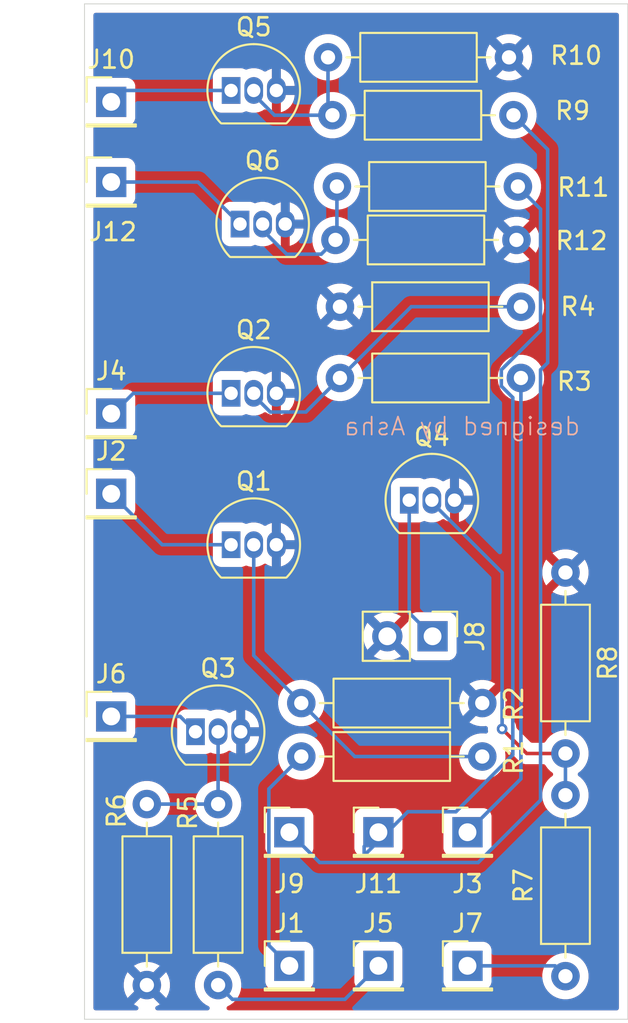
<source format=kicad_pcb>
(kicad_pcb
	(version 20241229)
	(generator "pcbnew")
	(generator_version "9.0")
	(general
		(thickness 1.6)
		(legacy_teardrops no)
	)
	(paper "A4")
	(layers
		(0 "F.Cu" signal)
		(2 "B.Cu" signal)
		(9 "F.Adhes" user "F.Adhesive")
		(11 "B.Adhes" user "B.Adhesive")
		(13 "F.Paste" user)
		(15 "B.Paste" user)
		(5 "F.SilkS" user "F.Silkscreen")
		(7 "B.SilkS" user "B.Silkscreen")
		(1 "F.Mask" user)
		(3 "B.Mask" user)
		(17 "Dwgs.User" user "User.Drawings")
		(19 "Cmts.User" user "User.Comments")
		(21 "Eco1.User" user "User.Eco1")
		(23 "Eco2.User" user "User.Eco2")
		(25 "Edge.Cuts" user)
		(27 "Margin" user)
		(31 "F.CrtYd" user "F.Courtyard")
		(29 "B.CrtYd" user "B.Courtyard")
		(35 "F.Fab" user)
		(33 "B.Fab" user)
		(39 "User.1" user)
		(41 "User.2" user)
		(43 "User.3" user)
		(45 "User.4" user)
	)
	(setup
		(pad_to_mask_clearance 0)
		(allow_soldermask_bridges_in_footprints no)
		(tenting front back)
		(pcbplotparams
			(layerselection 0x00000000_00000000_55555555_5755f5ff)
			(plot_on_all_layers_selection 0x00000000_00000000_00000000_00000000)
			(disableapertmacros no)
			(usegerberextensions no)
			(usegerberattributes yes)
			(usegerberadvancedattributes yes)
			(creategerberjobfile yes)
			(dashed_line_dash_ratio 12.000000)
			(dashed_line_gap_ratio 3.000000)
			(svgprecision 4)
			(plotframeref no)
			(mode 1)
			(useauxorigin no)
			(hpglpennumber 1)
			(hpglpenspeed 20)
			(hpglpendiameter 15.000000)
			(pdf_front_fp_property_popups yes)
			(pdf_back_fp_property_popups yes)
			(pdf_metadata yes)
			(pdf_single_document no)
			(dxfpolygonmode yes)
			(dxfimperialunits yes)
			(dxfusepcbnewfont yes)
			(psnegative no)
			(psa4output no)
			(plot_black_and_white yes)
			(sketchpadsonfab no)
			(plotpadnumbers no)
			(hidednponfab no)
			(sketchdnponfab yes)
			(crossoutdnponfab yes)
			(subtractmaskfromsilk no)
			(outputformat 1)
			(mirror no)
			(drillshape 1)
			(scaleselection 1)
			(outputdirectory "")
		)
	)
	(net 0 "")
	(net 1 "Net-(Q1-B)")
	(net 2 "GND")
	(net 3 "/out4")
	(net 4 "/out3")
	(net 5 "Net-(Q2-B)")
	(net 6 "Net-(Q3-B)")
	(net 7 "/out5")
	(net 8 "Net-(Q4-B)")
	(net 9 "/out6")
	(net 10 "Net-(Q5-B)")
	(net 11 "/out1")
	(net 12 "Net-(Q6-B)")
	(net 13 "/out2")
	(net 14 "/in4")
	(net 15 "/in3")
	(net 16 "/in5")
	(net 17 "/in6")
	(net 18 "/in1")
	(net 19 "/in2")
	(footprint "Connector_PinHeader_2.54mm:PinHeader_1x01_P2.54mm_Vertical" (layer "F.Cu") (at 125 119))
	(footprint "Connector_PinHeader_2.54mm:PinHeader_1x02_P2.54mm_Vertical" (layer "F.Cu") (at 128.04 100.5 -90))
	(footprint "Package_TO_SOT_THT:TO-92_Inline" (layer "F.Cu") (at 126.73 92.86))
	(footprint "Resistor_THT:R_Axial_DIN0207_L6.3mm_D2.5mm_P10.16mm_Horizontal" (layer "F.Cu") (at 112 120.08 90))
	(footprint "Package_TO_SOT_THT:TO-92_Inline" (layer "F.Cu") (at 116.73 69.86))
	(footprint "Resistor_THT:R_Axial_DIN0207_L6.3mm_D2.5mm_P10.16mm_Horizontal" (layer "F.Cu") (at 133 86 180))
	(footprint "Connector_PinHeader_2.54mm:PinHeader_1x01_P2.54mm_Vertical" (layer "F.Cu") (at 110 105))
	(footprint "Resistor_THT:R_Axial_DIN0207_L6.3mm_D2.5mm_P10.16mm_Horizontal" (layer "F.Cu") (at 132.33 68 180))
	(footprint "Connector_PinHeader_2.54mm:PinHeader_1x01_P2.54mm_Vertical" (layer "F.Cu") (at 130 119))
	(footprint "Resistor_THT:R_Axial_DIN0207_L6.3mm_D2.5mm_P10.16mm_Horizontal" (layer "F.Cu") (at 135.5 96.92 -90))
	(footprint "Package_TO_SOT_THT:TO-92_Inline" (layer "F.Cu") (at 116.73 95.36))
	(footprint "Resistor_THT:R_Axial_DIN0207_L6.3mm_D2.5mm_P10.16mm_Horizontal" (layer "F.Cu") (at 116 120.08 90))
	(footprint "Resistor_THT:R_Axial_DIN0207_L6.3mm_D2.5mm_P10.16mm_Horizontal" (layer "F.Cu") (at 135.5 119.58 90))
	(footprint "Connector_PinHeader_2.54mm:PinHeader_1x01_P2.54mm_Vertical" (layer "F.Cu") (at 130 111.5))
	(footprint "Resistor_THT:R_Axial_DIN0207_L6.3mm_D2.5mm_P10.16mm_Horizontal" (layer "F.Cu") (at 122.84 82))
	(footprint "Connector_PinHeader_2.54mm:PinHeader_1x01_P2.54mm_Vertical" (layer "F.Cu") (at 110 88))
	(footprint "Package_TO_SOT_THT:TO-92_Inline" (layer "F.Cu") (at 116.73 86.86))
	(footprint "Resistor_THT:R_Axial_DIN0207_L6.3mm_D2.5mm_P10.16mm_Horizontal" (layer "F.Cu") (at 132.75 78.25 180))
	(footprint "Resistor_THT:R_Axial_DIN0207_L6.3mm_D2.5mm_P10.16mm_Horizontal" (layer "F.Cu") (at 132.83 75.25 180))
	(footprint "Connector_PinHeader_2.54mm:PinHeader_1x01_P2.54mm_Vertical" (layer "F.Cu") (at 125 111.5))
	(footprint "Connector_PinHeader_2.54mm:PinHeader_1x01_P2.54mm_Vertical" (layer "F.Cu") (at 110 75))
	(footprint "Connector_PinHeader_2.54mm:PinHeader_1x01_P2.54mm_Vertical" (layer "F.Cu") (at 110 92.5))
	(footprint "Connector_PinHeader_2.54mm:PinHeader_1x01_P2.54mm_Vertical" (layer "F.Cu") (at 120 119))
	(footprint "Package_TO_SOT_THT:TO-92_Inline" (layer "F.Cu") (at 117.23 77.36))
	(footprint "Connector_PinHeader_2.54mm:PinHeader_1x01_P2.54mm_Vertical" (layer "F.Cu") (at 110 70.5))
	(footprint "Package_TO_SOT_THT:TO-92_Inline" (layer "F.Cu") (at 114.73 105.86))
	(footprint "Resistor_THT:R_Axial_DIN0207_L6.3mm_D2.5mm_P10.16mm_Horizontal" (layer "F.Cu") (at 132.58 71.25 180))
	(footprint "Resistor_THT:R_Axial_DIN0207_L6.3mm_D2.5mm_P10.16mm_Horizontal" (layer "F.Cu") (at 120.67 107.25))
	(footprint "Connector_PinHeader_2.54mm:PinHeader_1x01_P2.54mm_Vertical" (layer "F.Cu") (at 120 111.5))
	(footprint "Resistor_THT:R_Axial_DIN0207_L6.3mm_D2.5mm_P10.16mm_Horizontal" (layer "F.Cu") (at 130.83 104.25 180))
	(gr_line
		(start 108.5 65)
		(end 108.5 122)
		(stroke
			(width 0.05)
			(type default)
		)
		(layer "Edge.Cuts")
		(uuid "2d8b5605-87b4-4935-955a-0c70a1f68d9f")
	)
	(gr_line
		(start 108.5 122)
		(end 139 122)
		(stroke
			(width 0.05)
			(type default)
		)
		(layer "Edge.Cuts")
		(uuid "31ed56c0-388a-4fe2-90d3-dadce63f1d8e")
	)
	(gr_line
		(start 139 122)
		(end 139 65)
		(stroke
			(width 0.05)
			(type default)
		)
		(layer "Edge.Cuts")
		(uuid "c6555747-31f4-47d7-895d-b3f1e159632a")
	)
	(gr_line
		(start 139 65)
		(end 108.5 65)
		(stroke
			(width 0.05)
			(type default)
		)
		(layer "Edge.Cuts")
		(uuid "dc038cee-8d7f-475a-a322-99ee0e45aaf9")
	)
	(gr_text "designed by Asha"
		(at 136.4 89.3 0)
		(layer "B.SilkS")
		(uuid "fb54e1b3-f565-448d-8932-c955cbc9c19c")
		(effects
			(font
				(size 1 1)
				(thickness 0.1)
			)
			(justify left bottom mirror)
		)
	)
	(segment
		(start 118 95.36)
		(end 118 101.58)
		(width 0.2)
		(layer "B.Cu")
		(net 1)
		(uuid "220ea362-b681-4944-971b-7449205ebe64")
	)
	(segment
		(start 130.83 107.25)
		(end 123.67 107.25)
		(width 0.2)
		(layer "B.Cu")
		(net 1)
		(uuid "50cee6d4-78cb-4f83-b706-cdf8da31f8b8")
	)
	(segment
		(start 123.67 107.25)
		(end 120.67 104.25)
		(width 0.2)
		(layer "B.Cu")
		(net 1)
		(uuid "70ef8760-7355-46a2-99da-43cde3ec24ff")
	)
	(segment
		(start 118 101.58)
		(end 120.67 104.25)
		(width 0.2)
		(layer "B.Cu")
		(net 1)
		(uuid "bef13164-80d9-479e-a13b-0433a1be6d4f")
	)
	(segment
		(start 112.86 95.36)
		(end 110 92.5)
		(width 0.2)
		(layer "B.Cu")
		(net 3)
		(uuid "7c78ca35-4053-4674-8934-ce069cefd550")
	)
	(segment
		(start 116.73 95.36)
		(end 112.86 95.36)
		(width 0.2)
		(layer "B.Cu")
		(net 3)
		(uuid "950dabe6-e5a7-45b0-a781-135ad84cd5c9")
	)
	(segment
		(start 110.1 88)
		(end 111.24 86.86)
		(width 0.2)
		(layer "B.Cu")
		(net 4)
		(uuid "830c4236-701f-4e99-b21a-b0d6fdd0b233")
	)
	(segment
		(start 110 88)
		(end 110.1 88)
		(width 0.2)
		(layer "B.Cu")
		(net 4)
		(uuid "89b689e3-2cb4-44da-8156-de3019fc6549")
	)
	(segment
		(start 111.24 86.86)
		(end 116.73 86.86)
		(width 0.2)
		(layer "B.Cu")
		(net 4)
		(uuid "fe434883-7133-42d5-afbc-adb5bbebf6ce")
	)
	(segment
		(start 118 86.86)
		(end 118 86.98314)
		(width 0.2)
		(layer "B.Cu")
		(net 5)
		(uuid "49dbce19-de1b-4f29-adcc-2de4fcd846db")
	)
	(segment
		(start 118 86.98314)
		(end 118.92786 87.911)
		(width 0.2)
		(layer "B.Cu")
		(net 5)
		(uuid "6c9be5d8-6b6f-4640-96e8-06b1b2df4621")
	)
	(segment
		(start 118.92786 87.911)
		(end 120.929 87.911)
		(width 0.2)
		(layer "B.Cu")
		(net 5)
		(uuid "7697e6ab-8d16-4445-8525-4c80c50a1871")
	)
	(segment
		(start 126.84 82)
		(end 122.84 86)
		(width 0.2)
		(layer "B.Cu")
		(net 5)
		(uuid "8c0a3560-a39e-464c-bf75-f05fbae7e536")
	)
	(segment
		(start 120.929 87.911)
		(end 122.84 86)
		(width 0.2)
		(layer "B.Cu")
		(net 5)
		(uuid "a8ef9558-60f6-4714-9548-42f14d9b7b33")
	)
	(segment
		(start 133 82)
		(end 126.84 82)
		(width 0.2)
		(layer "B.Cu")
		(net 5)
		(uuid "d6e3fd90-bbf6-46b6-98f7-bb447f081733")
	)
	(segment
		(start 112 109.92)
		(end 116 109.92)
		(width 0.2)
		(layer "B.Cu")
		(net 6)
		(uuid "20d008c0-bd4e-4433-a9a6-060459560df0")
	)
	(segment
		(start 116 109.92)
		(end 116 105.86)
		(width 0.2)
		(layer "B.Cu")
		(net 6)
		(uuid "5e95fef5-d44b-4dd8-b594-2b776b0d2211")
	)
	(segment
		(start 113.87 105)
		(end 114.73 105.86)
		(width 0.2)
		(layer "B.Cu")
		(net 7)
		(uuid "ac63d1b7-8dd9-4cf3-aab1-e04e44731baf")
	)
	(segment
		(start 110 105)
		(end 113.87 105)
		(width 0.2)
		(layer "B.Cu")
		(net 7)
		(uuid "db02b80a-5ef8-45bf-aa74-fef75bcb029f")
	)
	(segment
		(start 133.32395 107.08)
		(end 131.94395 105.7)
		(width 0.2)
		(layer "F.Cu")
		(net 8)
		(uuid "b353ac44-c37d-41e3-9ac0-a0fe09477810")
	)
	(segment
		(start 135.5 107.08)
		(end 133.32395 107.08)
		(width 0.2)
		(layer "F.Cu")
		(net 8)
		(uuid "f86ce915-982b-4d37-95fc-7dd42de20f33")
	)
	(via
		(at 131.94395 105.7)
		(size 0.6)
		(drill 0.3)
		(layers "F.Cu" "B.Cu")
		(net 8)
		(uuid "cb775bca-2508-4a7c-b35a-da84a5f5480e")
	)
	(segment
		(start 131.94395 96.92709)
		(end 128 92.98314)
		(width 0.2)
		(layer "B.Cu")
		(net 8)
		(uuid "75771a8e-0588-49e0-91b9-07e4b1b3cd37")
	)
	(segment
		(start 131.94395 105.7)
		(end 131.94395 96.92709)
		(width 0.2)
		(layer "B.Cu")
		(net 8)
		(uuid "8eefdc53-8de4-434b-b726-0d993fbe355e")
	)
	(segment
		(start 135.5 107.08)
		(end 135.5 109.42)
		(width 0.2)
		(layer "B.Cu")
		(net 8)
		(uuid "9a120f71-985e-42d7-a291-a4ca90eb3bd9")
	)
	(segment
		(start 128 92.98314)
		(end 128 92.86)
		(width 0.2)
		(layer "B.Cu")
		(net 8)
		(uuid "f9499bb4-04d9-4045-a18f-f87987388725")
	)
	(segment
		(start 126.73 99.19)
		(end 128.04 100.5)
		(width 0.2)
		(layer "B.Cu")
		(net 9)
		(uuid "37612de3-63dc-4d72-9f95-2fd0d0b3f4a9")
	)
	(segment
		(start 126.73 92.86)
		(end 126.73 99.19)
		(width 0.2)
		(layer "B.Cu")
		(net 9)
		(uuid "d155f796-c8dd-4880-9723-889651cf4baa")
	)
	(segment
		(start 122.17 68)
		(end 122.17 71)
		(width 0.2)
		(layer "B.Cu")
		(net 10)
		(uuid "70ae5260-7698-4a85-aed2-63f550e7693a")
	)
	(segment
		(start 118 70.085)
		(end 118 69.86)
		(width 0.2)
		(layer "B.Cu")
		(net 10)
		(uuid "7493efb3-73b9-4b98-be8d-d28e5dfd2413")
	)
	(segment
		(start 122.42 71.25)
		(end 119.165 71.25)
		(width 0.2)
		(layer "B.Cu")
		(net 10)
		(uuid "a1052a8d-cac1-4326-8058-49f3a68da680")
	)
	(segment
		(start 122.17 71)
		(end 122.42 71.25)
		(width 0.2)
		(layer "B.Cu")
		(net 10)
		(uuid "d83c37de-16a6-4375-ba72-8bbf8014b960")
	)
	(segment
		(start 119.165 71.25)
		(end 118 70.085)
		(width 0.2)
		(layer "B.Cu")
		(net 10)
		(uuid "fd1b3770-c2b7-41ac-b585-3df1a701d2b7")
	)
	(segment
		(start 116.73 69.86)
		(end 110.64 69.86)
		(width 0.2)
		(layer "B.Cu")
		(net 11)
		(uuid "3e6b07ae-4abb-4033-97ab-ac17f56080e8")
	)
	(segment
		(start 110.64 69.86)
		(end 110 70.5)
		(width 0.2)
		(layer "B.Cu")
		(net 11)
		(uuid "b8633021-fe9d-403e-b4ee-5005c1b8b6a8")
	)
	(segment
		(start 119.849999 79.049999)
		(end 118.5 77.7)
		(width 0.2)
		(layer "B.Cu")
		(net 12)
		(uuid "20294a17-eef6-4225-b439-051442b06e37")
	)
	(segment
		(start 118.5 77.7)
		(end 118.5 77.36)
		(width 0.2)
		(layer "B.Cu")
		(net 12)
		(uuid "2527c494-7c3e-4da0-9a4d-daf0beb11520")
	)
	(segment
		(start 122.59 78.25)
		(end 121.790001 79.049999)
		(width 0.2)
		(layer "B.Cu")
		(net 12)
		(uuid "4958eb44-3a27-4a22-b878-58c19ffb12bb")
	)
	(segment
		(start 121.790001 79.049999)
		(end 119.849999 79.049999)
		(width 0.2)
		(layer "B.Cu")
		(net 12)
		(uuid "7695e1ed-ac42-4db5-96ac-ba34e45cd180")
	)
	(segment
		(start 122.67 75.25)
		(end 122.67 78.17)
		(width 0.2)
		(layer "B.Cu")
		(net 12)
		(uuid "b14f6dc0-df32-456d-bbb5-6231e8569131")
	)
	(segment
		(start 122.67 78.17)
		(end 122.59 78.25)
		(width 0.2)
		(layer "B.Cu")
		(net 12)
		(uuid "b500324c-1d92-40a0-aaa4-e50880a4e883")
	)
	(segment
		(start 114.87 75)
		(end 117.23 77.36)
		(width 0.2)
		(layer "B.Cu")
		(net 13)
		(uuid "23f4c749-0479-41c6-9aed-1ea896022677")
	)
	(segment
		(start 110 75)
		(end 114.87 75)
		(width 0.2)
		(layer "B.Cu")
		(net 13)
		(uuid "e825e047-d639-434c-93d5-d764f8f8c501")
	)
	(segment
		(start 120.67 107.25)
		(end 118.849 109.071)
		(width 0.2)
		(layer "B.Cu")
		(net 14)
		(uuid "a47a1e47-9a9e-49d9-849f-a53401a2d304")
	)
	(segment
		(start 118.849 117.849)
		(end 120 119)
		(width 0.2)
		(layer "B.Cu")
		(net 14)
		(uuid "bd053aa4-c3c3-4ab1-abf6-8628782cdf33")
	)
	(segment
		(start 118.849 109.071)
		(end 118.849 117.849)
		(width 0.2)
		(layer "B.Cu")
		(net 14)
		(uuid "d1087dfb-9571-48d6-a172-aebfbcce20fb")
	)
	(segment
		(start 133 108.5)
		(end 130 111.5)
		(width 0.2)
		(layer "B.Cu")
		(net 15)
		(uuid "5056971c-b641-4ea7-af48-0db08b37a56a")
	)
	(segment
		(start 133 86)
		(end 133 108.5)
		(width 0.2)
		(layer "B.Cu")
		(net 15)
		(uuid "ff716a5f-bd68-43ed-becb-439289aa827a")
	)
	(segment
		(start 116.799999 120.879999)
		(end 123.120001 120.879999)
		(width 0.2)
		(layer "B.Cu")
		(net 16)
		(uuid "05d99383-1fa3-4c7a-9914-3ff935112935")
	)
	(segment
		(start 116 120.08)
		(end 116.799999 120.879999)
		(width 0.2)
		(layer "B.Cu")
		(net 16)
		(uuid "1d020cef-24c1-4863-ace9-b520414e1d31")
	)
	(segment
		(start 123.120001 120.879999)
		(end 125 119)
		(width 0.2)
		(layer "B.Cu")
		(net 16)
		(uuid "f8958d92-2cda-48c8-90e4-1266f0478cc3")
	)
	(segment
		(start 130 119)
		(end 134.92 119)
		(width 0.2)
		(layer "B.Cu")
		(net 17)
		(uuid "3885d7b8-df2a-433e-80bd-36f8bafcd91f")
	)
	(segment
		(start 134.92 119)
		(end 135.5 119.58)
		(width 0.2)
		(layer "B.Cu")
		(net 17)
		(uuid "7394d19d-1459-45b0-87c9-8971a5444387")
	)
	(segment
		(start 130.601 113.201)
		(end 121.701 113.201)
		(width 0.2)
		(layer "B.Cu")
		(net 18)
		(uuid "132810c1-7fa8-4a5d-a346-c42f88e225bd")
	)
	(segment
		(start 121.701 113.201)
		(end 120 111.5)
		(width 0.2)
		(layer "B.Cu")
		(net 18)
		(uuid "297abf7f-141a-43b9-a1c3-9b13d7eeaf22")
	)
	(segment
		(start 134.502 73.172)
		(end 134.502 85.14295)
		(width 0.2)
		(layer "B.Cu")
		(net 18)
		(uuid "4432578b-20af-4a57-8a14-2cb84554a77a")
	)
	(segment
		(start 132.58 71.25)
		(end 134.502 73.172)
		(width 0.2)
		(layer "B.Cu")
		(net 18)
		(uuid "b589bfec-cfa4-43df-83ef-4a751887bd24")
	)
	(segment
		(start 134.502 85.14295)
		(end 134.101 85.54395)
		(width 0.2)
		(layer "B.Cu")
		(net 18)
		(uuid "d13a7cf2-f65d-402e-b035-5eab09f13f47")
	)
	(segment
		(start 134.101 85.54395)
		(end 134.101 109.701)
		(width 0.2)
		(layer "B.Cu")
		(net 18)
		(uuid "d82cce9e-e2b5-4c84-a1df-c9bd13266833")
	)
	(segment
		(start 134.101 109.701)
		(end 130.601 113.201)
		(width 0.2)
		(layer "B.Cu")
		(net 18)
		(uuid "f6d3259f-2ff9-4a88-ad47-154c3d907e52")
	)
	(segment
		(start 124.2 112.3)
		(end 125 111.5)
		(width 0.2)
		(layer "B.Cu")
		(net 19)
		(uuid "0b246790-a2be-42ce-9154-fd90fffd089f")
	)
	(segment
		(start 126.651 110.349)
		(end 124.2 112.8)
		(width 0.2)
		(layer "B.Cu")
		(net 19)
		(uuid "18211cca-6bb6-4aa9-8137-536a0654d4f6")
	)
	(segment
		(start 131.899 85.54395)
		(end 131.899 86.45605)
		(width 0.2)
		(layer "B.Cu")
		(net 19)
		(uuid "677c50a4-53a0-49c8-b86f-2e4827c0a9b7")
	)
	(segment
		(start 132.83 75.25)
		(end 134.101 76.521)
		(width 0.2)
		(layer "B.Cu")
		(net 19)
		(uuid "6afdd655-6909-4bb9-baf7-eb307774351b")
	)
	(segment
		(start 134.101 76.521)
		(end 134.101 83.34195)
		(width 0.2)
		(layer "B.Cu")
		(net 19)
		(uuid "72e08020-f004-43f6-ba1c-48e1c2932c74")
	)
	(segment
		(start 132.54395 87.101)
		(end 132.54395 107.15605)
		(width 0.2)
		(layer "B.Cu")
		(net 19)
		(uuid "74889549-0837-4a2b-ae48-e312151c9310")
	)
	(segment
		(start 129.351 110.349)
		(end 126.651 110.349)
		(width 0.2)
		(layer "B.Cu")
		(net 19)
		(uuid "8aca5023-7c43-4078-a4b9-7737653eafba")
	)
	(segment
		(start 124.2 112.8)
		(end 124.2 112.3)
		(width 0.2)
		(layer "B.Cu")
		(net 19)
		(uuid "92c51b66-26c2-4586-a4e0-9f5040794ebe")
	)
	(segment
		(start 134.101 83.34195)
		(end 131.899 85.54395)
		(width 0.2)
		(layer "B.Cu")
		(net 19)
		(uuid "bf8875ac-b672-44bf-b001-6f9567e9169d")
	)
	(segment
		(start 132.54395 107.15605)
		(end 129.351 110.349)
		(width 0.2)
		(layer "B.Cu")
		(net 19)
		(uuid "faae1236-f8f5-41a4-ad68-498cdb8a0694")
	)
	(segment
		(start 131.899 86.45605)
		(end 132.54395 87.101)
		(width 0.2)
		(layer "B.Cu")
		(net 19)
		(uuid "fab33f79-26be-4711-83b3-18c3d13c7db9")
	)
	(zone
		(net 2)
		(net_name "GND")
		(layers "F.Cu" "B.Cu")
		(uuid "26cee065-f737-4e24-9343-1adc1d6dc6e5")
		(hatch edge 0.5)
		(connect_pads
			(clearance 0.5)
		)
		(min_thickness 0.25)
		(filled_areas_thickness no)
		(fill yes
			(thermal_gap 0.5)
			(thermal_bridge_width 0.5)
		)
		(polygon
			(pts
				(xy 139 122) (xy 108.5 122) (xy 108.5 65) (xy 139 65)
			)
		)
		(filled_polygon
			(layer "F.Cu")
			(pts
				(xy 138.442539 65.520185) (xy 138.488294 65.572989) (xy 138.4995 65.6245) (xy 138.4995 121.3755)
				(xy 138.479815 121.442539) (xy 138.427011 121.488294) (xy 138.3755 121.4995) (xy 116.595169 121.4995)
				(xy 116.52813 121.479815) (xy 116.482375 121.427011) (xy 116.472431 121.357853) (xy 116.501456 121.294297)
				(xy 116.538874 121.265015) (xy 116.560514 121.253988) (xy 116.68161 121.192287) (xy 116.77459 121.124732)
				(xy 116.847213 121.071971) (xy 116.847215 121.071968) (xy 116.847219 121.071966) (xy 116.991966 120.927219)
				(xy 116.991968 120.927215) (xy 116.991971 120.927213) (xy 117.049175 120.848477) (xy 117.112287 120.76161)
				(xy 117.20522 120.579219) (xy 117.268477 120.384534) (xy 117.3005 120.182352) (xy 117.3005 119.977648)
				(xy 117.285752 119.884534) (xy 117.268477 119.775465) (xy 117.237458 119.68) (xy 117.20522 119.580781)
				(xy 117.205218 119.580778) (xy 117.205218 119.580776) (xy 117.152671 119.477648) (xy 117.112287 119.39839)
				(xy 117.080092 119.354077) (xy 116.991971 119.232786) (xy 116.847213 119.088028) (xy 116.681613 118.967715)
				(xy 116.681612 118.967714) (xy 116.68161 118.967713) (xy 116.624653 118.938691) (xy 116.499223 118.874781)
				(xy 116.304534 118.811522) (xy 116.129995 118.783878) (xy 116.102352 118.7795) (xy 115.897648 118.7795)
				(xy 115.873329 118.783351) (xy 115.695465 118.811522) (xy 115.500776 118.874781) (xy 115.318386 118.967715)
				(xy 115.152786 119.088028) (xy 115.008028 119.232786) (xy 114.887715 119.398386) (xy 114.794781 119.580776)
				(xy 114.731522 119.775465) (xy 114.6995 119.977648) (xy 114.6995 120.182351) (xy 114.731522 120.384534)
				(xy 114.794781 120.579223) (xy 114.852391 120.692287) (xy 114.887585 120.761359) (xy 114.887715 120.761613)
				(xy 115.008028 120.927213) (xy 115.152786 121.071971) (xy 115.273226 121.159474) (xy 115.31839 121.192287)
				(xy 115.430482 121.249401) (xy 115.461126 121.265015) (xy 115.511922 121.31299) (xy 115.528717 121.380811)
				(xy 115.506179 121.446946) (xy 115.451464 121.490397) (xy 115.404831 121.4995) (xy 112.594068 121.4995)
				(xy 112.527029 121.479815) (xy 112.481274 121.427011) (xy 112.47133 121.357853) (xy 112.500355 121.294297)
				(xy 112.537773 121.265015) (xy 112.681349 121.191859) (xy 112.725921 121.159474) (xy 112.046447 120.48)
				(xy 112.052661 120.48) (xy 112.154394 120.452741) (xy 112.245606 120.40008) (xy 112.32008 120.325606)
				(xy 112.372741 120.234394) (xy 112.4 120.132661) (xy 112.4 120.126447) (xy 113.079474 120.805921)
				(xy 113.111859 120.761349) (xy 113.204755 120.579031) (xy 113.26799 120.384417) (xy 113.3 120.182317)
				(xy 113.3 119.977682) (xy 113.26799 119.775582) (xy 113.204755 119.580968) (xy 113.111859 119.39865)
				(xy 113.079474 119.354077) (xy 113.079474 119.354076) (xy 112.4 120.033551) (xy 112.4 120.027339)
				(xy 112.372741 119.925606) (xy 112.32008 119.834394) (xy 112.245606 119.75992) (xy 112.154394 119.707259)
				(xy 112.052661 119.68) (xy 112.046446 119.68) (xy 112.725922 119.000524) (xy 112.725921 119.000523)
				(xy 112.681359 118.968147) (xy 112.68135 118.968141) (xy 112.499031 118.875244) (xy 112.304417 118.812009)
				(xy 112.102317 118.78) (xy 111.897683 118.78) (xy 111.695582 118.812009) (xy 111.500968 118.875244)
				(xy 111.318644 118.968143) (xy 111.274077 119.000523) (xy 111.274077 119.000524) (xy 111.953554 119.68)
				(xy 111.947339 119.68) (xy 111.845606 119.707259) (xy 111.754394 119.75992) (xy 111.67992 119.834394)
				(xy 111.627259 119.925606) (xy 111.6 120.027339) (xy 111.6 120.033553) (xy 110.920524 119.354077)
				(xy 110.920523 119.354077) (xy 110.888143 119.398644) (xy 110.795244 119.580968) (xy 110.732009 119.775582)
				(xy 110.7 119.977682) (xy 110.7 120.182317) (xy 110.732009 120.384417) (xy 110.795244 120.579031)
				(xy 110.888141 120.76135) (xy 110.888147 120.761359) (xy 110.920523 120.805921) (xy 110.920524 120.805922)
				(xy 111.6 120.126446) (xy 111.6 120.132661) (xy 111.627259 120.234394) (xy 111.67992 120.325606)
				(xy 111.754394 120.40008) (xy 111.845606 120.452741) (xy 111.947339 120.48) (xy 111.953553 120.48)
				(xy 111.274076 121.159474) (xy 111.31865 121.191859) (xy 111.462227 121.265015) (xy 111.513023 121.312989)
				(xy 111.529818 121.38081) (xy 111.507281 121.446945) (xy 111.452566 121.490397) (xy 111.405932 121.4995)
				(xy 109.1245 121.4995) (xy 109.057461 121.479815) (xy 109.011706 121.427011) (xy 109.0005 121.3755)
				(xy 109.0005 118.102135) (xy 118.6495 118.102135) (xy 118.6495 119.89787) (xy 118.649501 119.897876)
				(xy 118.655908 119.957483) (xy 118.706202 120.092328) (xy 118.706206 120.092335) (xy 118.792452 120.207544)
				(xy 118.792455 120.207547) (xy 118.907664 120.293793) (xy 118.907671 120.293797) (xy 119.042517 120.344091)
				(xy 119.042516 120.344091) (xy 119.049444 120.344835) (xy 119.102127 120.3505) (xy 120.897872 120.350499)
				(xy 120.957483 120.344091) (xy 121.092331 120.293796) (xy 121.207546 120.207546) (xy 121.293796 120.092331)
				(xy 121.344091 119.957483) (xy 121.3505 119.897873) (xy 121.350499 118.102135) (xy 123.6495 118.102135)
				(xy 123.6495 119.89787) (xy 123.649501 119.897876) (xy 123.655908 119.957483) (xy 123.706202 120.092328)
				(xy 123.706206 120.092335) (xy 123.792452 120.207544) (xy 123.792455 120.207547) (xy 123.907664 120.293793)
				(xy 123.907671 120.293797) (xy 124.042517 120.344091) (xy 124.042516 120.344091) (xy 124.049444 120.344835)
				(xy 124.102127 120.3505) (xy 125.897872 120.350499) (xy 125.957483 120.344091) (xy 126.092331 120.293796)
				(xy 126.207546 120.207546) (xy 126.293796 120.092331) (xy 126.344091 119.957483) (xy 126.3505 119.897873)
				(xy 126.350499 118.102135) (xy 128.6495 118.102135) (xy 128.6495 119.89787) (xy 128.649501 119.897876)
				(xy 128.655908 119.957483) (xy 128.706202 120.092328) (xy 128.706206 120.092335) (xy 128.792452 120.207544)
				(xy 128.792455 120.207547) (xy 128.907664 120.293793) (xy 128.907671 120.293797) (xy 129.042517 120.344091)
				(xy 129.042516 120.344091) (xy 129.049444 120.344835) (xy 129.102127 120.3505) (xy 130.897872 120.350499)
				(xy 130.957483 120.344091) (xy 131.092331 120.293796) (xy 131.207546 120.207546) (xy 131.293796 120.092331)
				(xy 131.344091 119.957483) (xy 131.3505 119.897873) (xy 131.3505 119.477648) (xy 134.1995 119.477648)
				(xy 134.1995 119.682351) (xy 134.231522 119.884534) (xy 134.294781 120.079223) (xy 134.32201 120.132661)
				(xy 134.360166 120.207547) (xy 134.387715 120.261613) (xy 134.508028 120.427213) (xy 134.652786 120.571971)
				(xy 134.807749 120.684556) (xy 134.81839 120.692287) (xy 134.934607 120.751503) (xy 135.000776 120.785218)
				(xy 135.000778 120.785218) (xy 135.000781 120.78522) (xy 135.105137 120.819127) (xy 135.195465 120.848477)
				(xy 135.296557 120.864488) (xy 135.397648 120.8805) (xy 135.397649 120.8805) (xy 135.602351 120.8805)
				(xy 135.602352 120.8805) (xy 135.804534 120.848477) (xy 135.999219 120.78522) (xy 136.18161 120.692287)
				(xy 136.337231 120.579223) (xy 136.347213 120.571971) (xy 136.347215 120.571968) (xy 136.347219 120.571966)
				(xy 136.491966 120.427219) (xy 136.491968 120.427215) (xy 136.491971 120.427213) (xy 136.547707 120.350498)
				(xy 136.612287 120.26161) (xy 136.70522 120.079219) (xy 136.768477 119.884534) (xy 136.8005 119.682352)
				(xy 136.8005 119.477648) (xy 136.768477 119.275466) (xy 136.754609 119.232786) (xy 136.739127 119.185137)
				(xy 136.70522 119.080781) (xy 136.705218 119.080778) (xy 136.705218 119.080776) (xy 136.64761 118.967715)
				(xy 136.612287 118.89839) (xy 136.595134 118.874781) (xy 136.491971 118.732786) (xy 136.347213 118.588028)
				(xy 136.181613 118.467715) (xy 136.181612 118.467714) (xy 136.18161 118.467713) (xy 136.124653 118.438691)
				(xy 135.999223 118.374781) (xy 135.804534 118.311522) (xy 135.629995 118.283878) (xy 135.602352 118.2795)
				(xy 135.397648 118.2795) (xy 135.373329 118.283351) (xy 135.195465 118.311522) (xy 135.000776 118.374781)
				(xy 134.818386 118.467715) (xy 134.652786 118.588028) (xy 134.508028 118.732786) (xy 134.387715 118.898386)
				(xy 134.294781 119.080776) (xy 134.231522 119.275465) (xy 134.1995 119.477648) (xy 131.3505 119.477648)
				(xy 131.350499 118.968147) (xy 131.350499 118.102129) (xy 131.350498 118.102123) (xy 131.350497 118.102116)
				(xy 131.344091 118.042517) (xy 131.293796 117.907669) (xy 131.293795 117.907668) (xy 131.293793 117.907664)
				(xy 131.207547 117.792455) (xy 131.207544 117.792452) (xy 131.092335 117.706206) (xy 131.092328 117.706202)
				(xy 130.957482 117.655908) (xy 130.957483 117.655908) (xy 130.897883 117.649501) (xy 130.897881 117.6495)
				(xy 130.897873 117.6495) (xy 130.897864 117.6495) (xy 129.102129 117.6495) (xy 129.102123 117.649501)
				(xy 129.042516 117.655908) (xy 128.907671 117.706202) (xy 128.907664 117.706206) (xy 128.792455 117.792452)
				(xy 128.792452 117.792455) (xy 128.706206 117.907664) (xy 128.706202 117.907671) (xy 128.655908 118.042517)
				(xy 128.649501 118.102116) (xy 128.649501 118.102123) (xy 128.6495 118.102135) (xy 126.350499 118.102135)
				(xy 126.350499 118.102128) (xy 126.344091 118.042517) (xy 126.293796 117.907669) (xy 126.293795 117.907668)
				(xy 126.293793 117.907664) (xy 126.207547 117.792455) (xy 126.207544 117.792452) (xy 126.092335 117.706206)
				(xy 126.092328 117.706202) (xy 125.957482 117.655908) (xy 125.957483 117.655908) (xy 125.897883 117.649501)
				(xy 125.897881 117.6495) (xy 125.897873 117.6495) (xy 125.897864 117.6495) (xy 124.102129 117.6495)
				(xy 124.102123 117.649501) (xy 124.042516 117.655908) (xy 123.907671 117.706202) (xy 123.907664 117.706206)
				(xy 123.792455 117.792452) (xy 123.792452 117.792455) (xy 123.706206 117.907664) (xy 123.706202 117.907671)
				(xy 123.655908 118.042517) (xy 123.649501 118.102116) (xy 123.649501 118.102123) (xy 123.6495 118.102135)
				(xy 121.350499 118.102135) (xy 121.350499 118.102128) (xy 121.344091 118.042517) (xy 121.293796 117.907669)
				(xy 121.293795 117.907668) (xy 121.293793 117.907664) (xy 121.207547 117.792455) (xy 121.207544 117.792452)
				(xy 121.092335 117.706206) (xy 121.092328 117.706202) (xy 120.957482 117.655908) (xy 120.957483 117.655908)
				(xy 120.897883 117.649501) (xy 120.897881 117.6495) (xy 120.897873 117.6495) (xy 120.897864 117.6495)
				(xy 119.102129 117.6495) (xy 119.102123 117.649501) (xy 119.042516 117.655908) (xy 118.907671 117.706202)
				(xy 118.907664 117.706206) (xy 118.792455 117.792452) (xy 118.792452 117.792455) (xy 118.706206 117.907664)
				(xy 118.706202 117.907671) (xy 118.655908 118.042517) (xy 118.649501 118.102116) (xy 118.649501 118.102123)
				(xy 118.6495 118.102135) (xy 109.0005 118.102135) (xy 109.0005 109.817648) (xy 110.6995 109.817648)
				(xy 110.6995 110.022351) (xy 110.731522 110.224534) (xy 110.794781 110.419223) (xy 110.887715 110.601613)
				(xy 111.008028 110.767213) (xy 111.152786 110.911971) (xy 111.307749 111.024556) (xy 111.31839 111.032287)
				(xy 111.434607 111.091503) (xy 111.500776 111.125218) (xy 111.500778 111.125218) (xy 111.500781 111.12522)
				(xy 111.605137 111.159127) (xy 111.695465 111.188477) (xy 111.796557 111.204488) (xy 111.897648 111.2205)
				(xy 111.897649 111.2205) (xy 112.102351 111.2205) (xy 112.102352 111.2205) (xy 112.304534 111.188477)
				(xy 112.499219 111.12522) (xy 112.68161 111.032287) (xy 112.77459 110.964732) (xy 112.847213 110.911971)
				(xy 112.847215 110.911968) (xy 112.847219 110.911966) (xy 112.991966 110.767219) (xy 112.991968 110.767215)
				(xy 112.991971 110.767213) (xy 113.095133 110.62522) (xy 113.112287 110.60161) (xy 113.20522 110.419219)
				(xy 113.268477 110.224534) (xy 113.3005 110.022352) (xy 113.3005 109.817648) (xy 114.6995 109.817648)
				(xy 114.6995 110.022351) (xy 114.731522 110.224534) (xy 114.794781 110.419223) (xy 114.887715 110.601613)
				(xy 115.008028 110.767213) (xy 115.152786 110.911971) (xy 115.307749 111.024556) (xy 115.31839 111.032287)
				(xy 115.434607 111.091503) (xy 115.500776 111.125218) (xy 115.500778 111.125218) (xy 115.500781 111.12522)
				(xy 115.605137 111.159127) (xy 115.695465 111.188477) (xy 115.796557 111.204488) (xy 115.897648 111.2205)
				(xy 115.897649 111.2205) (xy 116.102351 111.2205) (xy 116.102352 111.2205) (xy 116.304534 111.188477)
				(xy 116.499219 111.12522) (xy 116.68161 111.032287) (xy 116.77459 110.964732) (xy 116.847213 110.911971)
				(xy 116.847215 110.911968) (xy 116.847219 110.911966) (xy 116.991966 110.767219) (xy 116.991968 110.767215)
				(xy 116.991971 110.767213) (xy 117.095135 110.625218) (xy 117.111906 110.602135) (xy 118.6495 110.602135)
				(xy 118.6495 112.39787) (xy 118.649501 112.397876) (xy 118.655908 112.457483) (xy 118.706202 112.592328)
				(xy 118.706206 112.592335) (xy 118.792452 112.707544) (xy 118.792455 112.707547) (xy 118.907664 112.793793)
				(xy 118.907671 112.793797) (xy 119.042517 112.844091) (xy 119.042516 112.844091) (xy 119.049444 112.844835)
				(xy 119.102127 112.8505) (xy 120.897872 112.850499) (xy 120.957483 112.844091) (xy 121.092331 112.793796)
				(xy 121.207546 112.707546) (xy 121.293796 112.592331) (xy 121.344091 112.457483) (xy 121.3505 112.397873)
				(xy 121.350499 110.602135) (xy 123.6495 110.602135) (xy 123.6495 112.39787) (xy 123.649501 112.397876)
				(xy 123.655908 112.457483) (xy 123.706202 112.592328) (xy 123.706206 112.592335) (xy 123.792452 112.707544)
				(xy 123.792455 112.707547) (xy 123.907664 112.793793) (xy 123.907671 112.793797) (xy 124.042517 112.844091)
				(xy 124.042516 112.844091) (xy 124.049444 112.844835) (xy 124.102127 112.8505) (xy 125.897872 112.850499)
				(xy 125.957483 112.844091) (xy 126.092331 112.793796) (xy 126.207546 112.707546) (xy 126.293796 112.592331)
				(xy 126.344091 112.457483) (xy 126.3505 112.397873) (xy 126.350499 110.602135) (xy 128.6495 110.602135)
				(xy 128.6495 112.39787) (xy 128.649501 112.397876) (xy 128.655908 112.457483) (xy 128.706202 112.592328)
				(xy 128.706206 112.592335) (xy 128.792452 112.707544) (xy 128.792455 112.707547) (xy 128.907664 112.793793)
				(xy 128.907671 112.793797) (xy 129.042517 112.844091) (xy 129.042516 112.844091) (xy 129.049444 112.844835)
				(xy 129.102127 112.8505) (xy 130.897872 112.850499) (xy 130.957483 112.844091) (xy 131.092331 112.793796)
				(xy 131.207546 112.707546) (xy 131.293796 112.592331) (xy 131.344091 112.457483) (xy 131.3505 112.397873)
				(xy 131.350499 110.602128) (xy 131.344091 110.542517) (xy 131.344089 110.542512) (xy 131.293797 110.407671)
				(xy 131.293793 110.407664) (xy 131.207547 110.292455) (xy 131.207544 110.292452) (xy 131.092335 110.206206)
				(xy 131.092328 110.206202) (xy 130.957482 110.155908) (xy 130.957483 110.155908) (xy 130.897883 110.149501)
				(xy 130.897881 110.1495) (xy 130.897873 110.1495) (xy 130.897864 110.1495) (xy 129.102129 110.1495)
				(xy 129.102123 110.149501) (xy 129.042516 110.155908) (xy 128.907671 110.206202) (xy 128.907664 110.206206)
				(xy 128.792455 110.292452) (xy 128.792452 110.292455) (xy 128.706206 110.407664) (xy 128.706202 110.407671)
				(xy 128.655908 110.542517) (xy 128.649555 110.601611) (xy 128.649501 110.602123) (xy 128.6495 110.602135)
				(xy 126.350499 110.602135) (xy 126.350499 110.602128) (xy 126.344091 110.542517) (xy 126.344089 110.542512)
				(xy 126.293797 110.407671) (xy 126.293793 110.407664) (xy 126.207547 110.292455) (xy 126.207544 110.292452)
				(xy 126.092335 110.206206) (xy 126.092328 110.206202) (xy 125.957482 110.155908) (xy 125.957483 110.155908)
				(xy 125.897883 110.149501) (xy 125.897881 110.1495) (xy 125.897873 110.1495) (xy 125.897864 110.1495)
				(xy 124.102129 110.1495) (xy 124.102123 110.149501) (xy 124.042516 110.155908) (xy 123.907671 110.206202)
				(xy 123.907664 110.206206) (xy 123.792455 110.292452) (xy 123.792452 110.292455) (xy 123.706206 110.407664)
				(xy 123.706202 110.407671) (xy 123.655908 110.542517) (xy 123.649555 110.601611) (xy 123.649501 110.602123)
				(xy 123.6495 110.602135) (xy 121.350499 110.602135) (xy 121.350499 110.602128) (xy 121.344091 110.542517)
				(xy 121.344089 110.542512) (xy 121.293797 110.407671) (xy 121.293793 110.407664) (xy 121.207547 110.292455)
				(xy 121.207544 110.292452) (xy 121.092335 110.206206) (xy 121.092328 110.206202) (xy 120.957482 110.155908)
				(xy 120.957483 110.155908) (xy 120.897883 110.149501) (xy 120.897881 110.1495) (xy 120.897873 110.1495)
				(xy 120.897864 110.1495) (xy 119.102129 110.1495) (xy 119.102123 110.149501) (xy 119.042516 110.155908)
				(xy 118.907671 110.206202) (xy 118.907664 110.206206) (xy 118.792455 110.292452) (xy 118.792452 110.292455)
				(xy 118.706206 110.407664) (xy 118.706202 110.407671) (xy 118.655908 110.542517) (xy 118.649555 110.601611)
				(xy 118.649501 110.602123) (xy 118.6495 110.602135) (xy 117.111906 110.602135) (xy 117.112287 110.60161)
				(xy 117.20522 110.419219) (xy 117.268477 110.224534) (xy 117.3005 110.022352) (xy 117.3005 109.817648)
				(xy 117.268477 109.615466) (xy 117.20522 109.420781) (xy 117.205218 109.420778) (xy 117.205218 109.420776)
				(xy 117.152671 109.317648) (xy 117.112287 109.23839) (xy 117.104556 109.227749) (xy 116.991971 109.072786)
				(xy 116.847213 108.928028) (xy 116.681613 108.807715) (xy 116.681612 108.807714) (xy 116.68161 108.807713)
				(xy 116.624653 108.778691) (xy 116.499223 108.714781) (xy 116.304534 108.651522) (xy 116.129995 108.623878)
				(xy 116.102352 108.6195) (xy 115.897648 108.6195) (xy 115.873329 108.623351) (xy 115.695465 108.651522)
				(xy 115.500776 108.714781) (xy 115.318386 108.807715) (xy 115.152786 108.928028) (xy 115.008028 109.072786)
				(xy 114.887715 109.238386) (xy 114.794781 109.420776) (xy 114.731522 109.615465) (xy 114.6995 109.817648)
				(xy 113.3005 109.817648) (xy 113.268477 109.615466) (xy 113.20522 109.420781) (xy 113.205218 109.420778)
				(xy 113.205218 109.420776) (xy 113.152671 109.317648) (xy 113.112287 109.23839) (xy 113.104556 109.227749)
				(xy 112.991971 109.072786) (xy 112.847213 108.928028) (xy 112.681613 108.807715) (xy 112.681612 108.807714)
				(xy 112.68161 108.807713) (xy 112.624653 108.778691) (xy 112.499223 108.714781) (xy 112.304534 108.651522)
				(xy 112.129995 108.623878) (xy 112.102352 108.6195) (xy 111.897648 108.6195) (xy 111.873329 108.623351)
				(xy 111.695465 108.651522) (xy 111.500776 108.714781) (xy 111.318386 108.807715) (xy 111.152786 108.928028)
				(xy 111.008028 109.072786) (xy 110.887715 109.238386) (xy 110.794781 109.420776) (xy 110.731522 109.615465)
				(xy 110.6995 109.817648) (xy 109.0005 109.817648) (xy 109.0005 107.147648) (xy 119.3695 107.147648)
				(xy 119.3695 107.352351) (xy 119.401522 107.554534) (xy 119.464781 107.749223) (xy 119.557715 107.931613)
				(xy 119.678028 108.097213) (xy 119.822786 108.241971) (xy 119.952787 108.33642) (xy 119.98839 108.362287)
				(xy 120.104607 108.421503) (xy 120.170776 108.455218) (xy 120.170778 108.455218) (xy 120.170781 108.45522)
				(xy 120.275137 108.489127) (xy 120.365465 108.518477) (xy 120.466557 108.534488) (xy 120.567648 108.5505)
				(xy 120.567649 108.5505) (xy 120.772351 108.5505) (xy 120.772352 108.5505) (xy 120.974534 108.518477)
				(xy 121.169219 108.45522) (xy 121.35161 108.362287) (xy 121.44459 108.294732) (xy 121.517213 108.241971)
				(xy 121.517215 108.241968) (xy 121.517219 108.241966) (xy 121.661966 108.097219) (xy 121.661968 108.097215)
				(xy 121.661971 108.097213) (xy 121.714732 108.02459) (xy 121.782287 107.93161) (xy 121.87522 107.749219)
				(xy 121.938477 107.554534) (xy 121.9705 107.352352) (xy 121.9705 107.147648) (xy 129.5295 107.147648)
				(xy 129.5295 107.352351) (xy 129.561522 107.554534) (xy 129.624781 107.749223) (xy 129.717715 107.931613)
				(xy 129.838028 108.097213) (xy 129.982786 108.241971) (xy 130.112787 108.33642) (xy 130.14839 108.362287)
				(xy 130.264607 108.421503) (xy 130.330776 108.455218) (xy 130.330778 108.455218) (xy 130.330781 108.45522)
				(xy 130.435137 108.489127) (xy 130.525465 108.518477) (xy 130.626557 108.534488) (xy 130.727648 108.5505)
				(xy 130.727649 108.5505) (xy 130.932351 108.5505) (xy 130.932352 108.5505) (xy 131.134534 108.518477)
				(xy 131.329219 108.45522) (xy 131.51161 108.362287) (xy 131.60459 108.294732) (xy 131.677213 108.241971)
				(xy 131.677215 108.241968) (xy 131.677219 108.241966) (xy 131.821966 108.097219) (xy 131.821968 108.097215)
				(xy 131.821971 108.097213) (xy 131.874732 108.02459) (xy 131.942287 107.93161) (xy 132.03522 107.749219)
				(xy 132.098477 107.554534) (xy 132.1305 107.352352) (xy 132.1305 107.147648) (xy 132.112691 107.035208)
				(xy 132.121645 106.965916) (xy 132.166642 106.912464) (xy 132.233393 106.891824) (xy 132.300707 106.910549)
				(xy 132.322843 106.928128) (xy 132.955234 107.56052) (xy 132.955236 107.560521) (xy 132.95524 107.560524)
				(xy 133.092159 107.639573) (xy 133.092166 107.639577) (xy 133.244893 107.680501) (xy 133.244895 107.680501)
				(xy 133.410604 107.680501) (xy 133.41062 107.6805) (xy 134.270398 107.6805) (xy 134.337437 107.700185)
				(xy 134.380882 107.748204) (xy 134.386821 107.759859) (xy 134.387715 107.761614) (xy 134.508028 107.927213)
				(xy 134.652782 108.071967) (xy 134.652787 108.071971) (xy 134.759747 108.149682) (xy 134.802413 108.205012)
				(xy 134.808392 108.274625) (xy 134.775787 108.33642) (xy 134.759747 108.350318) (xy 134.652787 108.428028)
				(xy 134.652782 108.428032) (xy 134.508028 108.572786) (xy 134.387715 108.738386) (xy 134.294781 108.920776)
				(xy 134.231522 109.115465) (xy 134.1995 109.317648) (xy 134.1995 109.522351) (xy 134.231522 109.724534)
				(xy 134.294781 109.919223) (xy 134.387715 110.101613) (xy 134.508028 110.267213) (xy 134.652786 110.411971)
				(xy 134.807749 110.524556) (xy 134.81839 110.532287) (xy 134.934607 110.591503) (xy 135.000776 110.625218)
				(xy 135.000778 110.625218) (xy 135.000781 110.62522) (xy 135.105137 110.659127) (xy 135.195465 110.688477)
				(xy 135.296557 110.704488) (xy 135.397648 110.7205) (xy 135.397649 110.7205) (xy 135.602351 110.7205)
				(xy 135.602352 110.7205) (xy 135.804534 110.688477) (xy 135.999219 110.62522) (xy 136.18161 110.532287)
				(xy 136.337231 110.419223) (xy 136.347213 110.411971) (xy 136.347215 110.411968) (xy 136.347219 110.411966)
				(xy 136.491966 110.267219) (xy 136.491968 110.267215) (xy 136.491971 110.267213) (xy 136.544732 110.19459)
				(xy 136.612287 110.10161) (xy 136.70522 109.919219) (xy 136.768477 109.724534) (xy 136.8005 109.522352)
				(xy 136.8005 109.317648) (xy 136.768477 109.115466) (xy 136.754609 109.072786) (xy 136.739127 109.025137)
				(xy 136.70522 108.920781) (xy 136.705218 108.920778) (xy 136.705218 108.920776) (xy 136.64761 108.807715)
				(xy 136.612287 108.73839) (xy 136.595134 108.714781) (xy 136.491971 108.572786) (xy 136.347219 108.428034)
				(xy 136.256721 108.362284) (xy 136.240251 108.350317) (xy 136.197586 108.294989) (xy 136.191607 108.225376)
				(xy 136.224212 108.16358) (xy 136.240251 108.149682) (xy 136.347219 108.071966) (xy 136.491966 107.927219)
				(xy 136.491968 107.927215) (xy 136.491971 107.927213) (xy 136.544732 107.85459) (xy 136.612287 107.76161)
				(xy 136.70522 107.579219) (xy 136.768477 107.384534) (xy 136.8005 107.182352) (xy 136.8005 106.977648)
				(xy 136.780652 106.852335) (xy 136.768477 106.775465) (xy 136.705218 106.580776) (xy 136.664315 106.5005)
				(xy 136.612287 106.39839) (xy 136.577493 106.3505) (xy 136.491971 106.232786) (xy 136.347213 106.088028)
				(xy 136.181613 105.967715) (xy 136.181612 105.967714) (xy 136.18161 105.967713) (xy 136.124653 105.938691)
				(xy 135.999223 105.874781) (xy 135.804534 105.811522) (xy 135.629995 105.783878) (xy 135.602352 105.7795)
				(xy 135.397648 105.7795) (xy 135.373329 105.783351) (xy 135.195465 105.811522) (xy 135.000776 105.874781)
				(xy 134.818386 105.967715) (xy 134.652786 106.088028) (xy 134.508028 106.232786) (xy 134.387715 106.398385)
				(xy 134.380883 106.411795) (xy 134.332909 106.462591) (xy 134.270398 106.4795) (xy 133.624048 106.4795)
				(xy 133.557009 106.459815) (xy 133.536367 106.443181) (xy 132.778523 105.685337) (xy 132.745038 105.624014)
				(xy 132.744587 105.621847) (xy 132.744308 105.620442) (xy 132.713687 105.466503) (xy 132.713685 105.466498)
				(xy 132.653347 105.320827) (xy 132.65334 105.320814) (xy 132.565739 105.189711) (xy 132.565736 105.189707)
				(xy 132.454242 105.078213) (xy 132.454238 105.07821) (xy 132.323135 104.990609) (xy 132.323122 104.990602)
				(xy 132.177451 104.930264) (xy 132.177441 104.930261) (xy 132.124453 104.919721) (xy 132.062542 104.887336)
				(xy 132.027968 104.82662) (xy 132.031709 104.75685) (xy 132.034084 104.750652) (xy 132.034753 104.749034)
				(xy 132.09799 104.554417) (xy 132.13 104.352317) (xy 132.13 104.147682) (xy 132.09799 103.945582)
				(xy 132.034755 103.750968) (xy 131.941859 103.56865) (xy 131.909474 103.524077) (xy 131.909474 103.524076)
				(xy 131.23 104.203553) (xy 131.23 104.197339) (xy 131.202741 104.095606) (xy 131.15008 104.004394)
				(xy 131.075606 103.92992) (xy 130.984394 103.877259) (xy 130.882661 103.85) (xy 130.876446 103.85)
				(xy 131.555922 103.170524) (xy 131.555921 103.170523) (xy 131.511359 103.138147) (xy 131.51135 103.138141)
				(xy 131.329031 103.045244) (xy 131.134417 102.982009) (xy 130.932317 102.95) (xy 130.727683 102.95)
				(xy 130.525582 102.982009) (xy 130.330968 103.045244) (xy 130.148644 103.138143) (xy 130.104077 103.170523)
				(xy 130.104077 103.170524) (xy 130.783554 103.85) (xy 130.777339 103.85) (xy 130.675606 103.877259)
				(xy 130.584394 103.92992) (xy 130.50992 104.004394) (xy 130.457259 104.095606) (xy 130.43 104.197339)
				(xy 130.43 104.203553) (xy 129.750524 103.524077) (xy 129.750523 103.524077) (xy 129.718143 103.568644)
				(xy 129.625244 103.750968) (xy 129.562009 103.945582) (xy 129.53 104.147682) (xy 129.53 104.352317)
				(xy 129.562009 104.554417) (xy 129.625244 104.749031) (xy 129.718141 104.93135) (xy 129.718147 104.931359)
				(xy 129.750523 104.975921) (xy 129.750524 104.975922) (xy 130.43 104.296446) (xy 130.43 104.302661)
				(xy 130.457259 104.404394) (xy 130.50992 104.495606) (xy 130.584394 104.57008) (xy 130.675606 104.622741)
				(xy 130.777339 104.65) (xy 130.783553 104.65) (xy 130.104076 105.329474) (xy 130.14865 105.361859)
				(xy 130.330968 105.454755) (xy 130.525582 105.51799) (xy 130.727683 105.55) (xy 130.932316 105.55)
				(xy 131.000051 105.539271) (xy 131.015335 105.541246) (xy 131.030451 105.538233) (xy 131.04928 105.545632)
				(xy 131.069344 105.548225) (xy 131.081134 105.55815) (xy 131.095479 105.563787) (xy 131.107318 105.580191)
				(xy 131.122797 105.593221) (xy 131.127945 105.60877) (xy 131.136369 105.620442) (xy 131.141265 105.649005)
				(xy 131.143269 105.655055) (xy 131.14345 105.658405) (xy 131.14345 105.778842) (xy 131.152381 105.823744)
				(xy 131.152859 105.832579) (xy 131.146787 105.858321) (xy 131.14443 105.884668) (xy 131.138892 105.891796)
				(xy 131.13682 105.900583) (xy 131.117791 105.918959) (xy 131.101567 105.939845) (xy 131.093055 105.942847)
				(xy 131.086561 105.94912) (xy 131.060616 105.954291) (xy 131.035677 105.96309) (xy 131.020437 105.9623)
				(xy 131.018039 105.962779) (xy 131.016273 105.962085) (xy 131.009644 105.961742) (xy 130.932352 105.9495)
				(xy 130.727648 105.9495) (xy 130.703329 105.953351) (xy 130.525465 105.981522) (xy 130.330776 106.044781)
				(xy 130.148386 106.137715) (xy 129.982786 106.258028) (xy 129.838028 106.402786) (xy 129.717715 106.568386)
				(xy 129.624781 106.750776) (xy 129.561522 106.945465) (xy 129.5295 107.147648) (xy 121.9705 107.147648)
				(xy 121.958374 107.07109) (xy 121.938477 106.945465) (xy 121.908215 106.852328) (xy 121.87522 106.750781)
				(xy 121.875218 106.750778) (xy 121.875218 106.750776) (xy 121.827879 106.65787) (xy 121.782287 106.56839)
				(xy 121.774556 106.557749) (xy 121.661971 106.402786) (xy 121.517213 106.258028) (xy 121.351613 106.137715)
				(xy 121.351612 106.137714) (xy 121.35161 106.137713) (xy 121.262543 106.092331) (xy 121.169223 106.044781)
				(xy 120.974534 105.981522) (xy 120.799995 105.953878) (xy 120.772352 105.9495) (xy 120.567648 105.9495)
				(xy 120.543329 105.953351) (xy 120.365465 105.981522) (xy 120.170776 106.044781) (xy 119.988386 106.137715)
				(xy 119.822786 106.258028) (xy 119.678028 106.402786) (xy 119.557715 106.568386) (xy 119.464781 106.750776)
				(xy 119.401522 106.945465) (xy 119.3695 107.147648) (xy 109.0005 107.147648) (xy 109.0005 106.474499)
				(xy 109.020185 106.40746) (xy 109.072989 106.361705) (xy 109.124495 106.350499) (xy 110.897872 106.350499)
				(xy 110.957483 106.344091) (xy 111.092331 106.293796) (xy 111.207546 106.207546) (xy 111.293796 106.092331)
				(xy 111.344091 105.957483) (xy 111.3505 105.897873) (xy 111.350499 105.062135) (xy 113.7045 105.062135)
				(xy 113.7045 106.65787) (xy 113.704501 106.657876) (xy 113.710908 106.717483) (xy 113.761202 106.852328)
				(xy 113.761206 106.852335) (xy 113.847452 106.967544) (xy 113.847455 106.967547) (xy 113.962664 107.053793)
				(xy 113.962671 107.053797) (xy 114.097517 107.104091) (xy 114.097516 107.104091) (xy 114.104444 107.104835)
				(xy 114.157127 107.1105) (xy 115.302872 107.110499) (xy 115.362483 107.104091) (xy 115.497331 107.053796)
				(xy 115.49843 107.052972) (xy 115.499717 107.052492) (xy 115.505112 107.049547) (xy 115.505535 107.050322)
				(xy 115.563887 107.028552) (xy 115.620198 107.037673) (xy 115.700873 107.071091) (xy 115.866777 107.104091)
				(xy 115.898992 107.110499) (xy 115.898996 107.1105) (xy 115.898997 107.1105) (xy 116.101004 107.1105)
				(xy 116.101005 107.110499) (xy 116.299127 107.071091) (xy 116.485756 106.993786) (xy 116.566562 106.939792)
				(xy 116.633234 106.918917) (xy 116.700614 106.937401) (xy 116.70434 106.939795) (xy 116.784479 106.993343)
				(xy 116.784486 106.993347) (xy 116.971016 107.070609) (xy 116.971025 107.070612) (xy 117.02 107.080353)
				(xy 117.02 106.225865) (xy 117.020067 106.221789) (xy 117.0204 106.211638) (xy 117.0255 106.186003)
				(xy 117.0255 106.14583) (xy 117.039745 106.160075) (xy 117.125255 106.209444) (xy 117.22063 106.235)
				(xy 117.31937 106.235) (xy 117.414745 106.209444) (xy 117.500255 106.160075) (xy 117.52 106.14033)
				(xy 117.52 107.080352) (xy 117.568974 107.070612) (xy 117.568983 107.070609) (xy 117.671334 107.028215)
				(xy 117.755513 106.993347) (xy 117.755526 106.99334) (xy 117.923399 106.88117) (xy 117.923403 106.881167)
				(xy 118.066167 106.738403) (xy 118.06617 106.738399) (xy 118.17834 106.570526) (xy 118.178347 106.570513)
				(xy 118.255609 106.383983) (xy 118.255612 106.383974) (xy 118.294999 106.185958) (xy 118.295 106.185955)
				(xy 118.295 106.11) (xy 117.55033 106.11) (xy 117.570075 106.090255) (xy 117.619444 106.004745)
				(xy 117.645 105.90937) (xy 117.645 105.81063) (xy 117.619444 105.715255) (xy 117.570075 105.629745)
				(xy 117.55033 105.61) (xy 118.295 105.61) (xy 118.295 105.534045) (xy 118.294999 105.534041) (xy 118.255612 105.336025)
				(xy 118.255609 105.336016) (xy 118.178347 105.149486) (xy 118.17834 105.149473) (xy 118.06617 104.9816)
				(xy 118.066167 104.981596) (xy 117.923403 104.838832) (xy 117.923399 104.838829) (xy 117.755526 104.726659)
				(xy 117.755513 104.726652) (xy 117.568984 104.64939) (xy 117.568977 104.649388) (xy 117.52 104.639645)
				(xy 117.52 105.57967) (xy 117.500255 105.559925) (xy 117.414745 105.510556) (xy 117.31937 105.485)
				(xy 117.22063 105.485) (xy 117.125255 105.510556) (xy 117.039745 105.559925) (xy 117.0255 105.57417)
				(xy 117.0255 105.533997) (xy 117.022383 105.518326) (xy 117.02 105.494134) (xy 117.02 104.639646)
				(xy 117.019999 104.639645) (xy 116.971022 104.649388) (xy 116.971015 104.64939) (xy 116.784481 104.726654)
				(xy 116.784479 104.726655) (xy 116.704337 104.780204) (xy 116.63766 104.801081) (xy 116.57028 104.782596)
				(xy 116.566558 104.780204) (xy 116.485754 104.726212) (xy 116.299127 104.648909) (xy 116.299119 104.648907)
				(xy 116.101007 104.6095) (xy 116.101003 104.6095) (xy 115.898997 104.6095) (xy 115.898992 104.6095)
				(xy 115.70088 104.648907) (xy 115.700868 104.64891) (xy 115.620198 104.682325) (xy 115.550729 104.689794)
				(xy 115.505342 104.670036) (xy 115.505114 104.670454) (xy 115.500447 104.667905) (xy 115.498432 104.667028)
				(xy 115.497331 104.666204) (xy 115.49733 104.666203) (xy 115.497328 104.666202) (xy 115.362482 104.615908)
				(xy 115.362483 104.615908) (xy 115.302883 104.609501) (xy 115.302881 104.6095) (xy 115.302873 104.6095)
				(xy 115.302864 104.6095) (xy 114.157129 104.6095) (xy 114.157123 104.609501) (xy 114.097516 104.615908)
				(xy 113.962671 104.666202) (xy 113.962664 104.666206) (xy 113.847455 104.752452) (xy 113.847452 104.752455)
				(xy 113.761206 104.867664) (xy 113.761202 104.867671) (xy 113.710908 105.002517) (xy 113.704501 105.062116)
				(xy 113.7045 105.062135) (xy 111.350499 105.062135) (xy 111.350499 104.990609) (xy 111.350499 104.147648)
				(xy 119.3695 104.147648) (xy 119.3695 104.352351) (xy 119.401522 104.554534) (xy 119.464781 104.749223)
				(xy 119.51044 104.838832) (xy 119.557585 104.931359) (xy 119.557715 104.931613) (xy 119.678028 105.097213)
				(xy 119.822786 105.241971) (xy 119.952243 105.336025) (xy 119.98839 105.362287) (xy 120.104607 105.421503)
				(xy 120.170776 105.455218) (xy 120.170778 105.455218) (xy 120.170781 105.45522) (xy 120.275137 105.489127)
				(xy 120.365465 105.518477) (xy 120.463454 105.533997) (xy 120.567648 105.5505) (xy 120.567649 105.5505)
				(xy 120.772351 105.5505) (xy 120.772352 105.5505) (xy 120.974534 105.518477) (xy 121.169219 105.45522)
				(xy 121.35161 105.362287) (xy 121.44459 105.294732) (xy 121.517213 105.241971) (xy 121.517215 105.241968)
				(xy 121.517219 105.241966) (xy 121.661966 105.097219) (xy 121.661968 105.097215) (xy 121.661971 105.097213)
				(xy 121.746198 104.981282) (xy 121.782287 104.93161) (xy 121.87522 104.749219) (xy 121.938477 104.554534)
				(xy 121.9705 104.352352) (xy 121.9705 104.147648) (xy 121.953849 104.042517) (xy 121.938477 103.945465)
				(xy 121.907458 103.85) (xy 121.87522 103.750781) (xy 121.875218 103.750778) (xy 121.875218 103.750776)
				(xy 121.82688 103.655909) (xy 121.782287 103.56839) (xy 121.750092 103.524077) (xy 121.661971 103.402786)
				(xy 121.517213 103.258028) (xy 121.351613 103.137715) (xy 121.351612 103.137714) (xy 121.35161 103.137713)
				(xy 121.294653 103.108691) (xy 121.169223 103.044781) (xy 120.974534 102.981522) (xy 120.799995 102.953878)
				(xy 120.772352 102.9495) (xy 120.567648 102.9495) (xy 120.543329 102.953351) (xy 120.365465 102.981522)
				(xy 120.170776 103.044781) (xy 119.988386 103.137715) (xy 119.822786 103.258028) (xy 119.678028 103.402786)
				(xy 119.557715 103.568386) (xy 119.464781 103.750776) (xy 119.401522 103.945465) (xy 119.3695 104.147648)
				(xy 111.350499 104.147648) (xy 111.350499 104.142776) (xy 111.350499 104.102129) (xy 111.350498 104.102123)
				(xy 111.344091 104.042516) (xy 111.293797 103.907671) (xy 111.293793 103.907664) (xy 111.207547 103.792455)
				(xy 111.207544 103.792452) (xy 111.092335 103.706206) (xy 111.092328 103.706202) (xy 110.957482 103.655908)
				(xy 110.957483 103.655908) (xy 110.897883 103.649501) (xy 110.897881 103.6495) (xy 110.897873 103.6495)
				(xy 110.897865 103.6495) (xy 109.1245 103.6495) (xy 109.057461 103.629815) (xy 109.011706 103.577011)
				(xy 109.0005 103.5255) (xy 109.0005 100.393753) (xy 124.15 100.393753) (xy 124.15 100.606246) (xy 124.183242 100.816127)
				(xy 124.183242 100.81613) (xy 124.248904 101.018217) (xy 124.345375 101.20755) (xy 124.384728 101.261716)
				(xy 125.017037 100.629408) (xy 125.034075 100.692993) (xy 125.099901 100.807007) (xy 125.192993 100.900099)
				(xy 125.307007 100.965925) (xy 125.37059 100.982962) (xy 124.738282 101.615269) (xy 124.738282 101.61527)
				(xy 124.792449 101.654624) (xy 124.981782 101.751095) (xy 125.18387 101.816757) (xy 125.393754 101.85)
				(xy 125.606246 101.85) (xy 125.816127 101.816757) (xy 125.81613 101.816757) (xy 126.018217 101.751095)
				(xy 126.207554 101.654622) (xy 126.261716 101.61527) (xy 126.261717 101.61527) (xy 125.629408 100.982962)
				(xy 125.692993 100.965925) (xy 125.807007 100.900099) (xy 125.900099 100.807007) (xy 125.965925 100.692993)
				(xy 125.982962 100.629408) (xy 126.653181 101.299628) (xy 126.686666 101.360951) (xy 126.6895 101.3873)
				(xy 126.6895 101.397865) (xy 126.689501 101.397876) (xy 126.695908 101.457483) (xy 126.746202 101.592328)
				(xy 126.746206 101.592335) (xy 126.832452 101.707544) (xy 126.832455 101.707547) (xy 126.947664 101.793793)
				(xy 126.947671 101.793797) (xy 127.082517 101.844091) (xy 127.082516 101.844091) (xy 127.089444 101.844835)
				(xy 127.142127 101.8505) (xy 128.937872 101.850499) (xy 128.997483 101.844091) (xy 129.132331 101.793796)
				(xy 129.247546 101.707546) (xy 129.333796 101.592331) (xy 129.384091 101.457483) (xy 129.3905 101.397873)
				(xy 129.390499 99.602128) (xy 129.384091 99.542517) (xy 129.333796 99.407669) (xy 129.333795 99.407668)
				(xy 129.333793 99.407664) (xy 129.247547 99.292455) (xy 129.247544 99.292452) (xy 129.132335 99.206206)
				(xy 129.132328 99.206202) (xy 128.997482 99.155908) (xy 128.997483 99.155908) (xy 128.937883 99.149501)
				(xy 128.937881 99.1495) (xy 128.937873 99.1495) (xy 128.937864 99.1495) (xy 127.142129 99.1495)
				(xy 127.142123 99.149501) (xy 127.082516 99.155908) (xy 126.947671 99.206202) (xy 126.947664 99.206206)
				(xy 126.832455 99.292452) (xy 126.832452 99.292455) (xy 126.746206 99.407664) (xy 126.746202 99.407671)
				(xy 126.695908 99.542517) (xy 126.689501 99.602116) (xy 126.689501 99.602123) (xy 126.6895 99.602135)
				(xy 126.6895 99.61269) (xy 126.669815 99.679729) (xy 126.653181 99.700371) (xy 125.982962 100.37059)
				(xy 125.965925 100.307007) (xy 125.900099 100.192993) (xy 125.807007 100.099901) (xy 125.692993 100.034075)
				(xy 125.629409 100.017037) (xy 126.261716 99.384728) (xy 126.20755 99.345375) (xy 126.018217 99.248904)
				(xy 125.816129 99.183242) (xy 125.606246 99.15) (xy 125.393754 99.15) (xy 125.183872 99.183242)
				(xy 125.183869 99.183242) (xy 124.981782 99.248904) (xy 124.792439 99.34538) (xy 124.738282 99.384727)
				(xy 124.738282 99.384728) (xy 125.370591 100.017037) (xy 125.307007 100.034075) (xy 125.192993 100.099901)
				(xy 125.099901 100.192993) (xy 125.034075 100.307007) (xy 125.017037 100.370591) (xy 124.384728 99.738282)
				(xy 124.384727 99.738282) (xy 124.34538 99.792439) (xy 124.248904 99.981782) (xy 124.183242 100.183869)
				(xy 124.183242 100.183872) (xy 124.15 100.393753) (xy 109.0005 100.393753) (xy 109.0005 96.817682)
				(xy 134.2 96.817682) (xy 134.2 97.022317) (xy 134.232009 97.224417) (xy 134.295244 97.419031) (xy 134.388141 97.60135)
				(xy 134.388147 97.601359) (xy 134.420523 97.645921) (xy 134.420524 97.645922) (xy 135.1 96.966446)
				(xy 135.1 96.972661) (xy 135.127259 97.074394) (xy 135.17992 97.165606) (xy 135.254394 97.24008)
				(xy 135.345606 97.292741) (xy 135.447339 97.32) (xy 135.453553 97.32) (xy 134.774076 97.999474)
				(xy 134.81865 98.031859) (xy 135.000968 98.124755) (xy 135.195582 98.18799) (xy 135.397683 98.22)
				(xy 135.602317 98.22) (xy 135.804417 98.18799) (xy 135.999031 98.124755) (xy 136.181349 98.031859)
				(xy 136.225921 97.999474) (xy 135.546447 97.32) (xy 135.552661 97.32) (xy 135.654394 97.292741)
				(xy 135.745606 97.24008) (xy 135.82008 97.165606) (xy 135.872741 97.074394) (xy 135.9 96.972661)
				(xy 135.9 96.966447) (xy 136.579474 97.645921) (xy 136.611859 97.601349) (xy 136.704755 97.419031)
				(xy 136.76799 97.224417) (xy 136.8 97.022317) (xy 136.8 96.817682) (xy 136.76799 96.615582) (xy 136.704755 96.420968)
				(xy 136.611859 96.23865) (xy 136.579474 96.194077) (xy 136.579474 96.194076) (xy 135.9 96.873551)
				(xy 135.9 96.867339) (xy 135.872741 96.765606) (xy 135.82008 96.674394) (xy 135.745606 96.59992)
				(xy 135.654394 96.547259) (xy 135.552661 96.52) (xy 135.546446 96.52) (xy 136.225922 95.840524)
				(xy 136.225921 95.840523) (xy 136.181359 95.808147) (xy 136.18135 95.808141) (xy 135.999031 95.715244)
				(xy 135.804417 95.652009) (xy 135.602317 95.62) (xy 135.397683 95.62) (xy 135.195582 95.652009)
				(xy 135.000968 95.715244) (xy 134.818644 95.808143) (xy 134.774077 95.840523) (xy 134.774077 95.840524)
				(xy 135.453554 96.52) (xy 135.447339 96.52) (xy 135.345606 96.547259) (xy 135.254394 96.59992) (xy 135.17992 96.674394)
				(xy 135.127259 96.765606) (xy 135.1 96.867339) (xy 135.1 96.873553) (xy 134.420524 96.194077) (xy 134.420523 96.194077)
				(xy 134.388143 96.238644) (xy 134.295244 96.420968) (xy 134.232009 96.615582) (xy 134.2 96.817682)
				(xy 109.0005 96.817682) (xy 109.0005 94.562135) (xy 115.7045 94.562135) (xy 115.7045 96.15787) (xy 115.704501 96.157876)
				(xy 115.710908 96.217483) (xy 115.761202 96.352328) (xy 115.761206 96.352335) (xy 115.847452 96.467544)
				(xy 115.847455 96.467547) (xy 115.962664 96.553793) (xy 115.962671 96.553797) (xy 116.097517 96.604091)
				(xy 116.097516 96.604091) (xy 116.104444 96.604835) (xy 116.157127 96.6105) (xy 117.302872 96.610499)
				(xy 117.362483 96.604091) (xy 117.497331 96.553796) (xy 117.49843 96.552972) (xy 117.499717 96.552492)
				(xy 117.505112 96.549547) (xy 117.505535 96.550322) (xy 117.563887 96.528552) (xy 117.620198 96.537673)
				(xy 117.700873 96.571091) (xy 117.866777 96.604091) (xy 117.898992 96.610499) (xy 117.898996 96.6105)
				(xy 117.898997 96.6105) (xy 118.101004 96.6105) (xy 118.101005 96.610499) (xy 118.299127 96.571091)
				(xy 118.485756 96.493786) (xy 118.566562 96.439792) (xy 118.633234 96.418917) (xy 118.700614 96.437401)
				(xy 118.70434 96.439795) (xy 118.784479 96.493343) (xy 118.784486 96.493347) (xy 118.971016 96.570609)
				(xy 118.971025 96.570612) (xy 119.02 96.580353) (xy 119.02 95.725865) (xy 119.020067 95.721789)
				(xy 119.0204 95.711638) (xy 119.0255 95.686003) (xy 119.0255 95.64583) (xy 119.039745 95.660075)
				(xy 119.125255 95.709444) (xy 119.22063 95.735) (xy 119.31937 95.735) (xy 119.414745 95.709444)
				(xy 119.500255 95.660075) (xy 119.52 95.64033) (xy 119.52 96.580352) (xy 119.568974 96.570612) (xy 119.568983 96.570609)
				(xy 119.755513 96.493347) (xy 119.755526 96.49334) (xy 119.923399 96.38117) (xy 119.923403 96.381167)
				(xy 120.066167 96.238403) (xy 120.06617 96.238399) (xy 120.17834 96.070526) (xy 120.178347 96.070513)
				(xy 120.255609 95.883983) (xy 120.255609 95.883982) (xy 120.259665 95.863593) (xy 120.259666 95.86359)
				(xy 120.294999 95.685957) (xy 120.295 95.685955) (xy 120.295 95.61) (xy 119.55033 95.61) (xy 119.570075 95.590255)
				(xy 119.619444 95.504745) (xy 119.645 95.40937) (xy 119.645 95.31063) (xy 119.619444 95.215255)
				(xy 119.570075 95.129745) (xy 119.55033 95.11) (xy 120.295 95.11) (xy 120.295 95.034045) (xy 120.294999 95.034041)
				(xy 120.255612 94.836025) (xy 120.255609 94.836016) (xy 120.178347 94.649486) (xy 120.17834 94.649473)
				(xy 120.06617 94.4816) (xy 120.066167 94.481596) (xy 119.923403 94.338832) (xy 119.923399 94.338829)
				(xy 119.755526 94.226659) (xy 119.755513 94.226652) (xy 119.568984 94.14939) (xy 119.568977 94.149388)
				(xy 119.52 94.139645) (xy 119.52 95.07967) (xy 119.500255 95.059925) (xy 119.414745 95.010556) (xy 119.31937 94.985)
				(xy 119.22063 94.985) (xy 119.125255 95.010556) (xy 119.039745 95.059925) (xy 119.0255 95.07417)
				(xy 119.0255 95.033997) (xy 119.022383 95.018326) (xy 119.02 94.994134) (xy 119.02 94.139646) (xy 119.019999 94.139645)
				(xy 118.971022 94.149388) (xy 118.971015 94.14939) (xy 118.784481 94.226654) (xy 118.784479 94.226655)
				(xy 118.704337 94.280204) (xy 118.63766 94.301081) (xy 118.57028 94.282596) (xy 118.566558 94.280204)
				(xy 118.485754 94.226212) (xy 118.299127 94.148909) (xy 118.299119 94.148907) (xy 118.101007 94.1095)
				(xy 118.101003 94.1095) (xy 117.898997 94.1095) (xy 117.898992 94.1095) (xy 117.70088 94.148907)
				(xy 117.700868 94.14891) (xy 117.620198 94.182325) (xy 117.550729 94.189794) (xy 117.505342 94.170036)
				(xy 117.505114 94.170454) (xy 117.500447 94.167905) (xy 117.498432 94.167028) (xy 117.497331 94.166204)
				(xy 117.49733 94.166203) (xy 117.497328 94.166202) (xy 117.362482 94.115908) (xy 117.362483 94.115908)
				(xy 117.302883 94.109501) (xy 117.302881 94.1095) (xy 117.302873 94.1095) (xy 117.302864 94.1095)
				(xy 116.157129 94.1095) (xy 116.157123 94.109501) (xy 116.097516 94.115908) (xy 115.962671 94.166202)
				(xy 115.962664 94.166206) (xy 115.847455 94.252452) (xy 115.847452 94.252455) (xy 115.761206 94.367664)
				(xy 115.761202 94.367671) (xy 115.710908 94.502517) (xy 115.704501 94.562116) (xy 115.7045 94.562135)
				(xy 109.0005 94.562135) (xy 109.0005 93.974499) (xy 109.020185 93.90746) (xy 109.072989 93.861705)
				(xy 109.124495 93.850499) (xy 110.897872 93.850499) (xy 110.957483 93.844091) (xy 111.092331 93.793796)
				(xy 111.207546 93.707546) (xy 111.293796 93.592331) (xy 111.344091 93.457483) (xy 111.3505 93.397873)
				(xy 111.350499 92.062135) (xy 125.7045 92.062135) (xy 125.7045 93.65787) (xy 125.704501 93.657876)
				(xy 125.710908 93.717483) (xy 125.761202 93.852328) (xy 125.761206 93.852335) (xy 125.847452 93.967544)
				(xy 125.847455 93.967547) (xy 125.962664 94.053793) (xy 125.962671 94.053797) (xy 126.097517 94.104091)
				(xy 126.097516 94.104091) (xy 126.104444 94.104835) (xy 126.157127 94.1105) (xy 127.302872 94.110499)
				(xy 127.362483 94.104091) (xy 127.497331 94.053796) (xy 127.49843 94.052972) (xy 127.499717 94.052492)
				(xy 127.505112 94.049547) (xy 127.505535 94.050322) (xy 127.563887 94.028552) (xy 127.620198 94.037673)
				(xy 127.700873 94.071091) (xy 127.866777 94.104091) (xy 127.898992 94.110499) (xy 127.898996 94.1105)
				(xy 127.898997 94.1105) (xy 128.101004 94.1105) (xy 128.101005 94.110499) (xy 128.299127 94.071091)
				(xy 128.485756 93.993786) (xy 128.566562 93.939792) (xy 128.633234 93.918917) (xy 128.700614 93.937401)
				(xy 128.70434 93.939795) (xy 128.784479 93.993343) (xy 128.784486 93.993347) (xy 128.971016 94.070609)
				(xy 128.971025 94.070612) (xy 129.02 94.080353) (xy 129.02 93.225865) (xy 129.020067 93.221789)
				(xy 129.0204 93.211638) (xy 129.0255 93.186003) (xy 129.0255 93.14583) (xy 129.039745 93.160075)
				(xy 129.125255 93.209444) (xy 129.22063 93.235) (xy 129.31937 93.235) (xy 129.414745 93.209444)
				(xy 129.500255 93.160075) (xy 129.52 93.14033) (xy 129.52 94.080352) (xy 129.568974 94.070612) (xy 129.568983 94.070609)
				(xy 129.755513 93.993347) (xy 129.755526 93.99334) (xy 129.923399 93.88117) (xy 129.923403 93.881167)
				(xy 130.066167 93.738403) (xy 130.06617 93.738399) (xy 130.17834 93.570526) (xy 130.178347 93.570513)
				(xy 130.255609 93.383983) (xy 130.255612 93.383974) (xy 130.294999 93.185958) (xy 130.295 93.185955)
				(xy 130.295 93.11) (xy 129.55033 93.11) (xy 129.570075 93.090255) (xy 129.619444 93.004745) (xy 129.645 92.90937)
				(xy 129.645 92.81063) (xy 129.619444 92.715255) (xy 129.570075 92.629745) (xy 129.55033 92.61) (xy 130.295 92.61)
				(xy 130.295 92.534045) (xy 130.294999 92.534041) (xy 130.255612 92.336025) (xy 130.255609 92.336016)
				(xy 130.178347 92.149486) (xy 130.17834 92.149473) (xy 130.06617 91.9816) (xy 130.066167 91.981596)
				(xy 129.923403 91.838832) (xy 129.923399 91.838829) (xy 129.755526 91.726659) (xy 129.755513 91.726652)
				(xy 129.568984 91.64939) (xy 129.568977 91.649388) (xy 129.52 91.639645) (xy 129.52 92.57967) (xy 129.500255 92.559925)
				(xy 129.414745 92.510556) (xy 129.31937 92.485) (xy 129.22063 92.485) (xy 129.125255 92.510556)
				(xy 129.039745 92.559925) (xy 129.0255 92.57417) (xy 129.0255 92.533997) (xy 129.022383 92.518326)
				(xy 129.02 92.494134) (xy 129.02 91.639646) (xy 129.019999 91.639645) (xy 128.971022 91.649388)
				(xy 128.971015 91.64939) (xy 128.784481 91.726654) (xy 128.784479 91.726655) (xy 128.704337 91.780204)
				(xy 128.63766 91.801081) (xy 128.57028 91.782596) (xy 128.566558 91.780204) (xy 128.485754 91.726212)
				(xy 128.299127 91.648909) (xy 128.299119 91.648907) (xy 128.101007 91.6095) (xy 128.101003 91.6095)
				(xy 127.898997 91.6095) (xy 127.898992 91.6095) (xy 127.70088 91.648907) (xy 127.700868 91.64891)
				(xy 127.620198 91.682325) (xy 127.550729 91.689794) (xy 127.505342 91.670036) (xy 127.505114 91.670454)
				(xy 127.500447 91.667905) (xy 127.498432 91.667028) (xy 127.497331 91.666204) (xy 127.49733 91.666203)
				(xy 127.497328 91.666202) (xy 127.362482 91.615908) (xy 127.362483 91.615908) (xy 127.302883 91.609501)
				(xy 127.302881 91.6095) (xy 127.302873 91.6095) (xy 127.302864 91.6095) (xy 126.157129 91.6095)
				(xy 126.157123 91.609501) (xy 126.097516 91.615908) (xy 125.962671 91.666202) (xy 125.962664 91.666206)
				(xy 125.847455 91.752452) (xy 125.847452 91.752455) (xy 125.761206 91.867664) (xy 125.761202 91.867671)
				(xy 125.710908 92.002517) (xy 125.704501 92.062116) (xy 125.7045 92.062135) (xy 111.350499 92.062135)
				(xy 111.350499 91.602128) (xy 111.344091 91.542517) (xy 111.293796 91.407669) (xy 111.293795 91.407668)
				(xy 111.293793 91.407664) (xy 111.207547 91.292455) (xy 111.207544 91.292452) (xy 111.092335 91.206206)
				(xy 111.092328 91.206202) (xy 110.957482 91.155908) (xy 110.957483 91.155908) (xy 110.897883 91.149501)
				(xy 110.897881 91.1495) (xy 110.897873 91.1495) (xy 110.897865 91.1495) (xy 109.1245 91.1495) (xy 109.057461 91.129815)
				(xy 109.011706 91.077011) (xy 109.0005 91.0255) (xy 109.0005 89.474499) (xy 109.020185 89.40746)
				(xy 109.072989 89.361705) (xy 109.124495 89.350499) (xy 110.897872 89.350499) (xy 110.957483 89.344091)
				(xy 111.092331 89.293796) (xy 111.207546 89.207546) (xy 111.293796 89.092331) (xy 111.344091 88.957483)
				(xy 111.3505 88.897873) (xy 111.350499 87.102128) (xy 111.344091 87.042517) (xy 111.29443 86.90937)
				(xy 111.293797 86.907671) (xy 111.293793 86.907664) (xy 111.207547 86.792455) (xy 111.207544 86.792452)
				(xy 111.092335 86.706206) (xy 111.092328 86.706202) (xy 110.957482 86.655908) (xy 110.957483 86.655908)
				(xy 110.897883 86.649501) (xy 110.897881 86.6495) (xy 110.897873 86.6495) (xy 110.897865 86.6495)
				(xy 109.1245 86.6495) (xy 109.057461 86.629815) (xy 109.011706 86.577011) (xy 109.0005 86.5255)
				(xy 109.0005 86.062135) (xy 115.7045 86.062135) (xy 115.7045 87.65787) (xy 115.704501 87.657876)
				(xy 115.710908 87.717483) (xy 115.761202 87.852328) (xy 115.761206 87.852335) (xy 115.847452 87.967544)
				(xy 115.847455 87.967547) (xy 115.962664 88.053793) (xy 115.962671 88.053797) (xy 116.097517 88.104091)
				(xy 116.097516 88.104091) (xy 116.104444 88.104835) (xy 116.157127 88.1105) (xy 117.302872 88.110499)
				(xy 117.362483 88.104091) (xy 117.497331 88.053796) (xy 117.49843 88.052972) (xy 117.499717 88.052492)
				(xy 117.505112 88.049547) (xy 117.505535 88.050322) (xy 117.563887 88.028552) (xy 117.620198 88.037673)
				(xy 117.700873 88.071091) (xy 117.866777 88.104091) (xy 117.898992 88.110499) (xy 117.898996 88.1105)
				(xy 117.898997 88.1105) (xy 118.101004 88.1105) (xy 118.101005 88.110499) (xy 118.299127 88.071091)
				(xy 118.485756 87.993786) (xy 118.566562 87.939792) (xy 118.633234 87.918917) (xy 118.700614 87.937401)
				(xy 118.70434 87.939795) (xy 118.784479 87.993343) (xy 118.784486 87.993347) (xy 118.971016 88.070609)
				(xy 118.971025 88.070612) (xy 119.02 88.080353) (xy 119.02 87.225865) (xy 119.020067 87.221789)
				(xy 119.0204 87.211638) (xy 119.0255 87.186003) (xy 119.0255 87.14583) (xy 119.039745 87.160075)
				(xy 119.125255 87.209444) (xy 119.22063 87.235) (xy 119.31937 87.235) (xy 119.414745 87.209444)
				(xy 119.500255 87.160075) (xy 119.52 87.14033) (xy 119.52 88.080352) (xy 119.568974 88.070612) (xy 119.568983 88.070609)
				(xy 119.755513 87.993347) (xy 119.755526 87.99334) (xy 119.923399 87.88117) (xy 119.923403 87.881167)
				(xy 120.066167 87.738403) (xy 120.06617 87.738399) (xy 120.17834 87.570526) (xy 120.178347 87.570513)
				(xy 120.255609 87.383983) (xy 120.255612 87.383974) (xy 120.294999 87.185958) (xy 120.295 87.185955)
				(xy 120.295 87.11) (xy 119.55033 87.11) (xy 119.570075 87.090255) (xy 119.619444 87.004745) (xy 119.645 86.90937)
				(xy 119.645 86.81063) (xy 119.619444 86.715255) (xy 119.570075 86.629745) (xy 119.55033 86.61) (xy 120.295 86.61)
				(xy 120.295 86.534045) (xy 120.294999 86.534041) (xy 120.255612 86.336025) (xy 120.255609 86.336016)
				(xy 120.178347 86.149486) (xy 120.17834 86.149473) (xy 120.06617 85.9816) (xy 120.066167 85.981596)
				(xy 119.982219 85.897648) (xy 121.5395 85.897648) (xy 121.5395 86.102351) (xy 121.571522 86.304534)
				(xy 121.634781 86.499223) (xy 121.665711 86.559925) (xy 121.722602 86.67158) (xy 121.727715 86.681613)
				(xy 121.848028 86.847213) (xy 121.992786 86.991971) (xy 122.081741 87.056599) (xy 122.15839 87.112287)
				(xy 122.252179 87.160075) (xy 122.340776 87.205218) (xy 122.340778 87.205218) (xy 122.340781 87.20522)
				(xy 122.445137 87.239127) (xy 122.535465 87.268477) (xy 122.636557 87.284488) (xy 122.737648 87.3005)
				(xy 122.737649 87.3005) (xy 122.942351 87.3005) (xy 122.942352 87.3005) (xy 123.144534 87.268477)
				(xy 123.339219 87.20522) (xy 123.52161 87.112287) (xy 123.617642 87.042516) (xy 123.687213 86.991971)
				(xy 123.687215 86.991968) (xy 123.687219 86.991966) (xy 123.831966 86.847219) (xy
... [109039 chars truncated]
</source>
